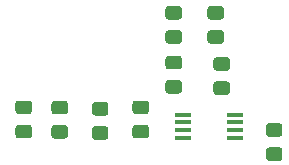
<source format=gbr>
%TF.GenerationSoftware,KiCad,Pcbnew,(5.1.9)-1*%
%TF.CreationDate,2021-06-29T22:39:32-04:00*%
%TF.ProjectId,detector_circuit,64657465-6374-46f7-925f-636972637569,rev?*%
%TF.SameCoordinates,Original*%
%TF.FileFunction,Paste,Bot*%
%TF.FilePolarity,Positive*%
%FSLAX46Y46*%
G04 Gerber Fmt 4.6, Leading zero omitted, Abs format (unit mm)*
G04 Created by KiCad (PCBNEW (5.1.9)-1) date 2021-06-29 22:39:32*
%MOMM*%
%LPD*%
G01*
G04 APERTURE LIST*
%ADD10R,1.450000X0.450000*%
G04 APERTURE END LIST*
%TO.C,C38*%
G36*
G01*
X116655001Y-136338000D02*
X115754999Y-136338000D01*
G75*
G02*
X115505000Y-136088001I0J249999D01*
G01*
X115505000Y-135437999D01*
G75*
G02*
X115754999Y-135188000I249999J0D01*
G01*
X116655001Y-135188000D01*
G75*
G02*
X116905000Y-135437999I0J-249999D01*
G01*
X116905000Y-136088001D01*
G75*
G02*
X116655001Y-136338000I-249999J0D01*
G01*
G37*
G36*
G01*
X116655001Y-138388000D02*
X115754999Y-138388000D01*
G75*
G02*
X115505000Y-138138001I0J249999D01*
G01*
X115505000Y-137487999D01*
G75*
G02*
X115754999Y-137238000I249999J0D01*
G01*
X116655001Y-137238000D01*
G75*
G02*
X116905000Y-137487999I0J-249999D01*
G01*
X116905000Y-138138001D01*
G75*
G02*
X116655001Y-138388000I-249999J0D01*
G01*
G37*
%TD*%
D10*
%TO.C,U7*%
X112897000Y-136397000D03*
X112897000Y-135747000D03*
X112897000Y-135097000D03*
X112897000Y-134447000D03*
X108497000Y-134447000D03*
X108497000Y-135097000D03*
X108497000Y-135747000D03*
X108497000Y-136397000D03*
%TD*%
%TO.C,R46*%
G36*
G01*
X95446001Y-134415000D02*
X94545999Y-134415000D01*
G75*
G02*
X94296000Y-134165001I0J249999D01*
G01*
X94296000Y-133514999D01*
G75*
G02*
X94545999Y-133265000I249999J0D01*
G01*
X95446001Y-133265000D01*
G75*
G02*
X95696000Y-133514999I0J-249999D01*
G01*
X95696000Y-134165001D01*
G75*
G02*
X95446001Y-134415000I-249999J0D01*
G01*
G37*
G36*
G01*
X95446001Y-136465000D02*
X94545999Y-136465000D01*
G75*
G02*
X94296000Y-136215001I0J249999D01*
G01*
X94296000Y-135564999D01*
G75*
G02*
X94545999Y-135315000I249999J0D01*
G01*
X95446001Y-135315000D01*
G75*
G02*
X95696000Y-135564999I0J-249999D01*
G01*
X95696000Y-136215001D01*
G75*
G02*
X95446001Y-136465000I-249999J0D01*
G01*
G37*
%TD*%
%TO.C,R45*%
G36*
G01*
X98494001Y-134433000D02*
X97593999Y-134433000D01*
G75*
G02*
X97344000Y-134183001I0J249999D01*
G01*
X97344000Y-133532999D01*
G75*
G02*
X97593999Y-133283000I249999J0D01*
G01*
X98494001Y-133283000D01*
G75*
G02*
X98744000Y-133532999I0J-249999D01*
G01*
X98744000Y-134183001D01*
G75*
G02*
X98494001Y-134433000I-249999J0D01*
G01*
G37*
G36*
G01*
X98494001Y-136483000D02*
X97593999Y-136483000D01*
G75*
G02*
X97344000Y-136233001I0J249999D01*
G01*
X97344000Y-135582999D01*
G75*
G02*
X97593999Y-135333000I249999J0D01*
G01*
X98494001Y-135333000D01*
G75*
G02*
X98744000Y-135582999I0J-249999D01*
G01*
X98744000Y-136233001D01*
G75*
G02*
X98494001Y-136483000I-249999J0D01*
G01*
G37*
%TD*%
%TO.C,R44*%
G36*
G01*
X108146001Y-130623000D02*
X107245999Y-130623000D01*
G75*
G02*
X106996000Y-130373001I0J249999D01*
G01*
X106996000Y-129722999D01*
G75*
G02*
X107245999Y-129473000I249999J0D01*
G01*
X108146001Y-129473000D01*
G75*
G02*
X108396000Y-129722999I0J-249999D01*
G01*
X108396000Y-130373001D01*
G75*
G02*
X108146001Y-130623000I-249999J0D01*
G01*
G37*
G36*
G01*
X108146001Y-132673000D02*
X107245999Y-132673000D01*
G75*
G02*
X106996000Y-132423001I0J249999D01*
G01*
X106996000Y-131772999D01*
G75*
G02*
X107245999Y-131523000I249999J0D01*
G01*
X108146001Y-131523000D01*
G75*
G02*
X108396000Y-131772999I0J-249999D01*
G01*
X108396000Y-132423001D01*
G75*
G02*
X108146001Y-132673000I-249999J0D01*
G01*
G37*
%TD*%
%TO.C,R43*%
G36*
G01*
X112210001Y-130750000D02*
X111309999Y-130750000D01*
G75*
G02*
X111060000Y-130500001I0J249999D01*
G01*
X111060000Y-129849999D01*
G75*
G02*
X111309999Y-129600000I249999J0D01*
G01*
X112210001Y-129600000D01*
G75*
G02*
X112460000Y-129849999I0J-249999D01*
G01*
X112460000Y-130500001D01*
G75*
G02*
X112210001Y-130750000I-249999J0D01*
G01*
G37*
G36*
G01*
X112210001Y-132800000D02*
X111309999Y-132800000D01*
G75*
G02*
X111060000Y-132550001I0J249999D01*
G01*
X111060000Y-131899999D01*
G75*
G02*
X111309999Y-131650000I249999J0D01*
G01*
X112210001Y-131650000D01*
G75*
G02*
X112460000Y-131899999I0J-249999D01*
G01*
X112460000Y-132550001D01*
G75*
G02*
X112210001Y-132800000I-249999J0D01*
G01*
G37*
%TD*%
%TO.C,C34*%
G36*
G01*
X105352001Y-134424000D02*
X104451999Y-134424000D01*
G75*
G02*
X104202000Y-134174001I0J249999D01*
G01*
X104202000Y-133523999D01*
G75*
G02*
X104451999Y-133274000I249999J0D01*
G01*
X105352001Y-133274000D01*
G75*
G02*
X105602000Y-133523999I0J-249999D01*
G01*
X105602000Y-134174001D01*
G75*
G02*
X105352001Y-134424000I-249999J0D01*
G01*
G37*
G36*
G01*
X105352001Y-136474000D02*
X104451999Y-136474000D01*
G75*
G02*
X104202000Y-136224001I0J249999D01*
G01*
X104202000Y-135573999D01*
G75*
G02*
X104451999Y-135324000I249999J0D01*
G01*
X105352001Y-135324000D01*
G75*
G02*
X105602000Y-135573999I0J-249999D01*
G01*
X105602000Y-136224001D01*
G75*
G02*
X105352001Y-136474000I-249999J0D01*
G01*
G37*
%TD*%
%TO.C,C30*%
G36*
G01*
X101923001Y-134542000D02*
X101022999Y-134542000D01*
G75*
G02*
X100773000Y-134292001I0J249999D01*
G01*
X100773000Y-133641999D01*
G75*
G02*
X101022999Y-133392000I249999J0D01*
G01*
X101923001Y-133392000D01*
G75*
G02*
X102173000Y-133641999I0J-249999D01*
G01*
X102173000Y-134292001D01*
G75*
G02*
X101923001Y-134542000I-249999J0D01*
G01*
G37*
G36*
G01*
X101923001Y-136592000D02*
X101022999Y-136592000D01*
G75*
G02*
X100773000Y-136342001I0J249999D01*
G01*
X100773000Y-135691999D01*
G75*
G02*
X101022999Y-135442000I249999J0D01*
G01*
X101923001Y-135442000D01*
G75*
G02*
X102173000Y-135691999I0J-249999D01*
G01*
X102173000Y-136342001D01*
G75*
G02*
X101923001Y-136592000I-249999J0D01*
G01*
G37*
%TD*%
%TO.C,C29*%
G36*
G01*
X108146001Y-126414000D02*
X107245999Y-126414000D01*
G75*
G02*
X106996000Y-126164001I0J249999D01*
G01*
X106996000Y-125513999D01*
G75*
G02*
X107245999Y-125264000I249999J0D01*
G01*
X108146001Y-125264000D01*
G75*
G02*
X108396000Y-125513999I0J-249999D01*
G01*
X108396000Y-126164001D01*
G75*
G02*
X108146001Y-126414000I-249999J0D01*
G01*
G37*
G36*
G01*
X108146001Y-128464000D02*
X107245999Y-128464000D01*
G75*
G02*
X106996000Y-128214001I0J249999D01*
G01*
X106996000Y-127563999D01*
G75*
G02*
X107245999Y-127314000I249999J0D01*
G01*
X108146001Y-127314000D01*
G75*
G02*
X108396000Y-127563999I0J-249999D01*
G01*
X108396000Y-128214001D01*
G75*
G02*
X108146001Y-128464000I-249999J0D01*
G01*
G37*
%TD*%
%TO.C,C28*%
G36*
G01*
X111702001Y-126414000D02*
X110801999Y-126414000D01*
G75*
G02*
X110552000Y-126164001I0J249999D01*
G01*
X110552000Y-125513999D01*
G75*
G02*
X110801999Y-125264000I249999J0D01*
G01*
X111702001Y-125264000D01*
G75*
G02*
X111952000Y-125513999I0J-249999D01*
G01*
X111952000Y-126164001D01*
G75*
G02*
X111702001Y-126414000I-249999J0D01*
G01*
G37*
G36*
G01*
X111702001Y-128464000D02*
X110801999Y-128464000D01*
G75*
G02*
X110552000Y-128214001I0J249999D01*
G01*
X110552000Y-127563999D01*
G75*
G02*
X110801999Y-127314000I249999J0D01*
G01*
X111702001Y-127314000D01*
G75*
G02*
X111952000Y-127563999I0J-249999D01*
G01*
X111952000Y-128214001D01*
G75*
G02*
X111702001Y-128464000I-249999J0D01*
G01*
G37*
%TD*%
M02*

</source>
